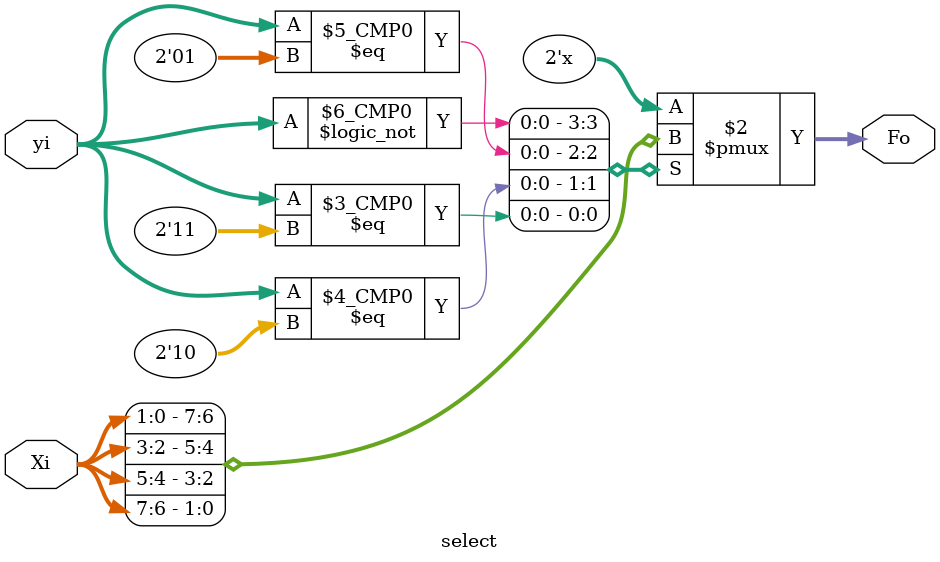
<source format=v>
module select (
  input [1:0] yi,
  input [7:0] Xi,
  output reg [1:0] Fo
);

  always @ (yi, Xi)
    case (yi)
      0: Fo = Xi[1:0];
      1: Fo = Xi[3:2];
      2: Fo = Xi[5:4];
      3: Fo = Xi[7:6];
      default: Fo = 2'b00;
    endcase
endmodule


</source>
